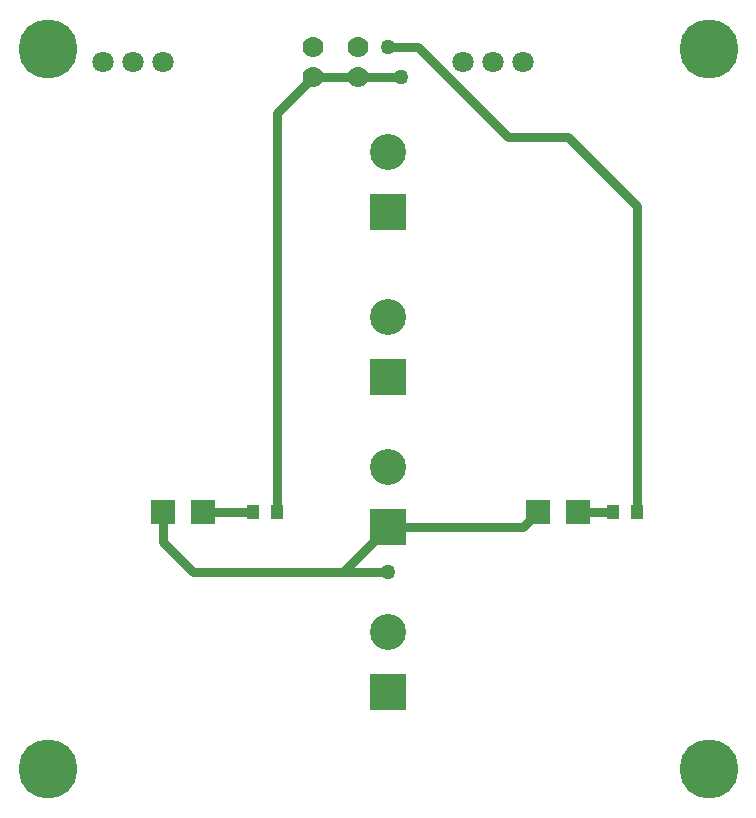
<source format=gbl>
%FSLAX43Y43*%
%MOMM*%
G71*
G01*
G75*
G04 Layer_Physical_Order=2*
G04 Layer_Color=16711680*
%ADD10R,1.016X1.270*%
%ADD11R,1.270X1.016*%
%ADD12R,2.032X2.032*%
%ADD13C,0.800*%
%ADD14C,0.254*%
%ADD15C,5.000*%
%ADD16C,1.778*%
%ADD17C,3.048*%
%ADD18R,3.048X3.048*%
%ADD19C,1.800*%
%ADD20C,1.270*%
%ADD21R,2.032X2.032*%
G54D10*
X104902Y45720D02*
D03*
X102870D02*
D03*
X74422D02*
D03*
X72390D02*
D03*
G54D13*
X80010Y40640D02*
X83820D01*
X93980Y77470D02*
X99060D01*
X86360Y85090D02*
X93980Y77470D01*
X83820Y85090D02*
X86360D01*
X77470Y82550D02*
X81280D01*
X84941D02*
X85016Y82476D01*
X81280Y82550D02*
X84941D01*
X74422Y79502D02*
X77470Y82550D01*
X74422Y45720D02*
Y79502D01*
X99060Y77470D02*
X104902Y71628D01*
Y45720D02*
Y71628D01*
X99949Y45720D02*
X102870D01*
X95250Y44450D02*
X96520Y45720D01*
X83820Y44450D02*
X95250D01*
X80010Y40640D02*
X83820Y44450D01*
X67310Y40640D02*
X80010D01*
X64770Y43180D02*
X67310Y40640D01*
X64770Y43180D02*
Y45720D01*
X68199D02*
X72390D01*
G54D15*
X55000Y24000D02*
D03*
X111000D02*
D03*
Y85000D02*
D03*
X55000D02*
D03*
G54D16*
X77470Y82550D02*
D03*
Y85090D02*
D03*
X81280Y82550D02*
D03*
Y85090D02*
D03*
G54D17*
X83820Y49530D02*
D03*
Y35560D02*
D03*
Y62230D02*
D03*
Y76200D02*
D03*
G54D18*
Y44450D02*
D03*
Y30480D02*
D03*
Y57150D02*
D03*
Y71120D02*
D03*
G54D19*
X64790Y83820D02*
D03*
X62230D02*
D03*
X59670D02*
D03*
X95270D02*
D03*
X92710D02*
D03*
X90150D02*
D03*
G54D20*
X83820Y40640D02*
D03*
X84941Y82550D02*
D03*
X83820Y85090D02*
D03*
G54D21*
X64770Y45720D02*
D03*
X68199D02*
D03*
X96520D02*
D03*
X99949D02*
D03*
M02*

</source>
